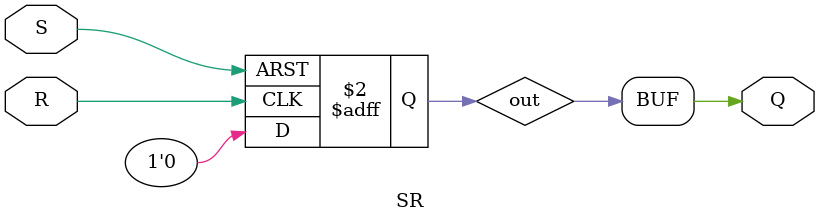
<source format=v>
/*
 * interrupt.v - Interrupt handler 
 *
 * Manages the interrupt lines, requires a read to 
 *
 * Part of the CPC2 project: http://intelligenttoasters.blog
 *
 * Copyright (C)2017  Intelligent.Toasters@gmail.com
 *
 * This program is free software; you can redistribute it and/or modify
 * it under the terms of the GNU General Public License as published by
 * the Free Software Foundation; either version 3 of the License, or
 * (at your option) any later version.
 *
 * This program is distributed in the hope that it will be useful,
 * but WITHOUT ANY WARRANTY; without even the implied warranty of
 * MERCHANTABILITY or FITNESS FOR A PARTICULAR PURPOSE.  See the
 * GNU General Public License for more details.
 *
 * You should have received a copy of the GNU General Public License
 * along with this program; if not, you can find a copy here:
 * https://www.gnu.org/licenses/gpl-3.0.en.html
 *
 */
`timescale 1ns/1ns

module interrupt_manager ( 
		// These are the individual interrupt lines
		input [7:0] interrupt_lines_i,
		// Read interrupt state
		input n_rd_i,		
		// Interrupt line
		output n_int_o,
		// Interrupt register
		output [7:0] dat_o
	);

	// Wire definitions ===========================================================================
	wire [7:0] lines;

	// Registers ==================================================================================
	
	// Assignments ================================================================================
	assign n_int_o = (lines == 0);	// Cause an interrupt if one line is active
	assign dat_o = lines;
	
	// Module connections =========================================================================
	
	// Simulation branches and control ============================================================
	// Note that when RD cycle finishes then it resets all latches
	SR sr1( .S( interrupt_lines_i[0]), .R(n_rd_i), .Q(lines[0]) );
	SR sr2( .S( interrupt_lines_i[1]), .R(n_rd_i), .Q(lines[1]) );
	SR sr3( .S( interrupt_lines_i[2]), .R(n_rd_i), .Q(lines[2]) );
	SR sr4( .S( interrupt_lines_i[3]), .R(n_rd_i), .Q(lines[3]) );
	SR sr5( .S( interrupt_lines_i[4]), .R(n_rd_i), .Q(lines[4]) );
	SR sr6( .S( interrupt_lines_i[5]), .R(n_rd_i), .Q(lines[5]) );
	SR sr7( .S( interrupt_lines_i[6]), .R(n_rd_i), .Q(lines[6]) );
	SR sr8( .S( interrupt_lines_i[7]), .R(n_rd_i), .Q(lines[7]) );
	
	// Other logic ================================================================================
	
endmodule
	
module SR(
	input S,
	input R,
	output Q
);
	reg out;	// Need to reset before use, default is powerup high
	
	assign Q = out;
	
	always @(posedge S or posedge R)
	begin
		if( S ) 
			out <= 1'b1;
		else
		if( R )
			out <= 1'b0;
	end
endmodule

</source>
